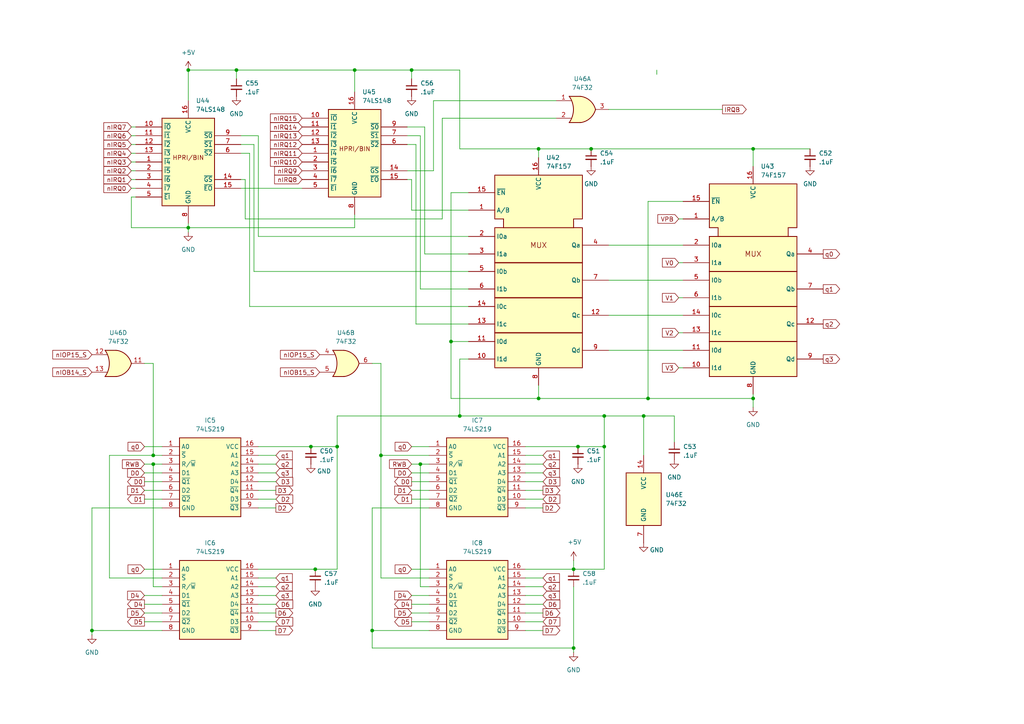
<source format=kicad_sch>
(kicad_sch (version 20231120) (generator "eeschema") (generator_version "8.0")
  (paper "A4")
  (lib_symbols
    (symbol "74xx:74LS32" (pin_names (offset 1.016))
      (property "Reference" "U" (at 0 1.27 0))
      (property "Value" "74LS32" (at 0 -1.27 0))
      (symbol "74LS32_1_1"
        (arc (start -3.81 -3.81) (mid -2.589 0) (end -3.81 3.81) (stroke (width 0.254)))
        (arc (start -0.6096 -3.81) (mid 2.1842 -2.5851) (end 3.81 0) (stroke (width 0.254)) (fill (type background)))
        (polyline (pts (xy -3.81 -3.81) (xy -0.635 -3.81)) (stroke (width 0.254)) (fill (type background)))
        (polyline (pts (xy -3.81 3.81) (xy -0.635 3.81)) (stroke (width 0.254)) (fill (type background)))
        (polyline (pts (xy -0.635 3.81) (xy -3.81 3.81) (xy -3.81 3.81) (xy -3.556 3.4036) (xy -3.0226 2.2606) (xy -2.6924 1.0414) (xy -2.6162 -0.254) (xy -2.7686 -1.4986) (xy -3.175 -2.7178) (xy -3.81 -3.81) (xy -3.81 -3.81) (xy -0.635 -3.81)) (stroke (width -25.4)) (fill (type background)))
        (arc (start 3.81 0) (mid 2.1915 2.5936) (end -0.6096 3.81) (stroke (width 0.254)) (fill (type background)))
        (pin input line (at -7.62 2.54 0) (length 4.318) (name "~") (number "1"))
        (pin input line (at -7.62 -2.54 0) (length 4.318) (name "~") (number "2"))
        (pin output line (at 7.62 0 180) (length 3.81) (name "~") (number "3"))
      )
      (symbol "74LS32_1_2"
        (arc (start 0 -3.81) (mid 3.7934 0) (end 0 3.81) (stroke (width 0.254)) (fill (type background)))
        (polyline (pts (xy 0 3.81) (xy -3.81 3.81) (xy -3.81 -3.81) (xy 0 -3.81)) (stroke (width 0.254)) (fill (type background)))
        (pin input inverted (at -7.62 2.54 0) (length 3.81) (name "~") (number "1"))
        (pin input inverted (at -7.62 -2.54 0) (length 3.81) (name "~") (number "2"))
        (pin output inverted (at 7.62 0 180) (length 3.81) (name "~") (number "3"))
      )
      (symbol "74LS32_2_1"
        (arc (start -3.81 -3.81) (mid -2.589 0) (end -3.81 3.81) (stroke (width 0.254)))
        (arc (start -0.6096 -3.81) (mid 2.1842 -2.5851) (end 3.81 0) (stroke (width 0.254)) (fill (type background)))
        (polyline (pts (xy -3.81 -3.81) (xy -0.635 -3.81)) (stroke (width 0.254)) (fill (type background)))
        (polyline (pts (xy -3.81 3.81) (xy -0.635 3.81)) (stroke (width 0.254)) (fill (type background)))
        (polyline (pts (xy -0.635 3.81) (xy -3.81 3.81) (xy -3.81 3.81) (xy -3.556 3.4036) (xy -3.0226 2.2606) (xy -2.6924 1.0414) (xy -2.6162 -0.254) (xy -2.7686 -1.4986) (xy -3.175 -2.7178) (xy -3.81 -3.81) (xy -3.81 -3.81) (xy -0.635 -3.81)) (stroke (width -25.4)) (fill (type background)))
        (arc (start 3.81 0) (mid 2.1915 2.5936) (end -0.6096 3.81) (stroke (width 0.254)) (fill (type background)))
        (pin input line (at -7.62 2.54 0) (length 4.318) (name "~") (number "4"))
        (pin input line (at -7.62 -2.54 0) (length 4.318) (name "~") (number "5"))
        (pin output line (at 7.62 0 180) (length 3.81) (name "~") (number "6"))
      )
      (symbol "74LS32_2_2"
        (arc (start 0 -3.81) (mid 3.7934 0) (end 0 3.81) (stroke (width 0.254)) (fill (type background)))
        (polyline (pts (xy 0 3.81) (xy -3.81 3.81) (xy -3.81 -3.81) (xy 0 -3.81)) (stroke (width 0.254)) (fill (type background)))
        (pin input inverted (at -7.62 2.54 0) (length 3.81) (name "~") (number "4"))
        (pin input inverted (at -7.62 -2.54 0) (length 3.81) (name "~") (number "5"))
        (pin output inverted (at 7.62 0 180) (length 3.81) (name "~") (number "6"))
      )
      (symbol "74LS32_3_1"
        (arc (start -3.81 -3.81) (mid -2.589 0) (end -3.81 3.81) (stroke (width 0.254)))
        (arc (start -0.6096 -3.81) (mid 2.1842 -2.5851) (end 3.81 0) (stroke (width 0.254)) (fill (type background)))
        (polyline (pts (xy -3.81 -3.81) (xy -0.635 -3.81)) (stroke (width 0.254)) (fill (type background)))
        (polyline (pts (xy -3.81 3.81) (xy -0.635 3.81)) (stroke (width 0.254)) (fill (type background)))
        (polyline (pts (xy -0.635 3.81) (xy -3.81 3.81) (xy -3.81 3.81) (xy -3.556 3.4036) (xy -3.0226 2.2606) (xy -2.6924 1.0414) (xy -2.6162 -0.254) (xy -2.7686 -1.4986) (xy -3.175 -2.7178) (xy -3.81 -3.81) (xy -3.81 -3.81) (xy -0.635 -3.81)) (stroke (width -25.4)) (fill (type background)))
        (arc (start 3.81 0) (mid 2.1915 2.5936) (end -0.6096 3.81) (stroke (width 0.254)) (fill (type background)))
        (pin input line (at -7.62 -2.54 0) (length 4.318) (name "~") (number "10"))
        (pin output line (at 7.62 0 180) (length 3.81) (name "~") (number "8"))
        (pin input line (at -7.62 2.54 0) (length 4.318) (name "~") (number "9"))
      )
      (symbol "74LS32_3_2"
        (arc (start 0 -3.81) (mid 3.7934 0) (end 0 3.81) (stroke (width 0.254)) (fill (type background)))
        (polyline (pts (xy 0 3.81) (xy -3.81 3.81) (xy -3.81 -3.81) (xy 0 -3.81)) (stroke (width 0.254)) (fill (type background)))
        (pin input inverted (at -7.62 -2.54 0) (length 3.81) (name "~") (number "10"))
        (pin output inverted (at 7.62 0 180) (length 3.81) (name "~") (number "8"))
        (pin input inverted (at -7.62 2.54 0) (length 3.81) (name "~") (number "9"))
      )
      (symbol "74LS32_4_1"
        (arc (start -3.81 -3.81) (mid -2.589 0) (end -3.81 3.81) (stroke (width 0.254)))
        (arc (start -0.6096 -3.81) (mid 2.1842 -2.5851) (end 3.81 0) (stroke (width 0.254)) (fill (type background)))
        (polyline (pts (xy -3.81 -3.81) (xy -0.635 -3.81)) (stroke (width 0.254)) (fill (type background)))
        (polyline (pts (xy -3.81 3.81) (xy -0.635 3.81)) (stroke (width 0.254)) (fill (type background)))
        (polyline (pts (xy -0.635 3.81) (xy -3.81 3.81) (xy -3.81 3.81) (xy -3.556 3.4036) (xy -3.0226 2.2606) (xy -2.6924 1.0414) (xy -2.6162 -0.254) (xy -2.7686 -1.4986) (xy -3.175 -2.7178) (xy -3.81 -3.81) (xy -3.81 -3.81) (xy -0.635 -3.81)) (stroke (width -25.4)) (fill (type background)))
        (arc (start 3.81 0) (mid 2.1915 2.5936) (end -0.6096 3.81) (stroke (width 0.254)) (fill (type background)))
        (pin output line (at 7.62 0 180) (length 3.81) (name "~") (number "11"))
        (pin input line (at -7.62 2.54 0) (length 4.318) (name "~") (number "12"))
        (pin input line (at -7.62 -2.54 0) (length 4.318) (name "~") (number "13"))
      )
      (symbol "74LS32_4_2"
        (arc (start 0 -3.81) (mid 3.7934 0) (end 0 3.81) (stroke (width 0.254)) (fill (type background)))
        (polyline (pts (xy 0 3.81) (xy -3.81 3.81) (xy -3.81 -3.81) (xy 0 -3.81)) (stroke (width 0.254)) (fill (type background)))
        (pin output inverted (at 7.62 0 180) (length 3.81) (name "~") (number "11"))
        (pin input inverted (at -7.62 2.54 0) (length 3.81) (name "~") (number "12"))
        (pin input inverted (at -7.62 -2.54 0) (length 3.81) (name "~") (number "13"))
      )
      (symbol "74LS32_5_0"
        (pin power_in line (at 0 12.7 270) (length 5.08) (name "VCC") (number "14"))
        (pin power_in line (at 0 -12.7 90) (length 5.08) (name "GND") (number "7"))
      )
      (symbol "74LS32_5_1"
        (rectangle (start -5.08 7.62) (end 5.08 -7.62) (stroke (width 0.254)) (fill (type background)))
      )
    )
    (symbol "74xx_IEEE:74148"
      (property "Reference" "U" (at 8.89 15.24 0))
      (property "Value" "74148" (at 7.62 -13.97 0))
      (symbol "74148_0_0"
        (rectangle (start -7.62 12.7) (end 7.62 -12.7) (stroke (width 0.254)) (fill (type background)))
        (text "HPRI/BIN" (at 0 1.27 0) (effects (font (size 1.27 1.27))))
        (pin power_in line (at 0 17.78 270) (length 5.08) (name "VCC") (number "16"))
        (pin power_in line (at 0 -17.78 90) (length 5.08) (name "GND") (number "8"))
      )
      (symbol "74148_1_1"
        (pin input line (at -15.24 0 0) (length 7.62) (name "~{I4}") (number "1"))
        (pin input line (at -15.24 10.16 0) (length 7.62) (name "~{IO}") (number "10"))
        (pin input line (at -15.24 7.62 0) (length 7.62) (name "~{I1}") (number "11"))
        (pin input line (at -15.24 5.08 0) (length 7.62) (name "~{I2}") (number "12"))
        (pin input line (at -15.24 2.54 0) (length 7.62) (name "~{I3}") (number "13"))
        (pin output line (at 15.24 -5.08 180) (length 7.62) (name "~{GS}") (number "14"))
        (pin output line (at 15.24 -7.62 180) (length 7.62) (name "~{EO}") (number "15"))
        (pin input line (at -15.24 -2.54 0) (length 7.62) (name "~{I5}") (number "2"))
        (pin input line (at -15.24 -5.08 0) (length 7.62) (name "~{I6}") (number "3"))
        (pin input line (at -15.24 -7.62 0) (length 7.62) (name "~{I7}") (number "4"))
        (pin input line (at -15.24 -10.16 0) (length 7.62) (name "~{EI}") (number "5"))
        (pin output line (at 15.24 2.54 180) (length 7.62) (name "~{S2}") (number "6"))
        (pin output line (at 15.24 5.08 180) (length 7.62) (name "~{S1}") (number "7"))
        (pin output line (at 15.24 7.62 180) (length 7.62) (name "~{S0}") (number "9"))
      )
    )
    (symbol "74xx_IEEE:74157"
      (property "Reference" "U" (at 15.24 20.32 0))
      (property "Value" "74157" (at 12.7 -33.02 0))
      (symbol "74157_0_0"
        (rectangle (start -12.7 -20.32) (end 12.7 -30.48) (stroke (width 0.254)) (fill (type background)))
        (rectangle (start -12.7 -10.16) (end 12.7 -20.32) (stroke (width 0.254)) (fill (type background)))
        (rectangle (start -12.7 0) (end 12.7 -10.16) (stroke (width 0.254)) (fill (type background)))
        (rectangle (start -12.7 10.16) (end 12.7 0) (stroke (width 0.254)) (fill (type background)))
        (polyline (pts (xy -10.16 10.16) (xy -10.16 12.7) (xy -12.7 12.7) (xy -12.7 25.4) (xy 12.7 25.4) (xy 12.7 12.7) (xy 10.16 12.7) (xy 10.16 10.16) (xy 10.16 10.16)) (stroke (width 0.254)) (fill (type background)))
        (text "MUX" (at 0 5.08 0) (effects (font (size 1.524 1.524))))
        (pin power_in line (at 0 30.48 270) (length 5.08) (name "VCC") (number "16"))
        (pin power_in line (at 0 -35.56 90) (length 5.08) (name "GND") (number "8"))
      )
      (symbol "74157_1_1"
        (pin input line (at -20.32 15.24 0) (length 7.62) (name "A/B") (number "1"))
        (pin input line (at -20.32 -27.94 0) (length 7.62) (name "I1d") (number "10"))
        (pin input line (at -20.32 -22.86 0) (length 7.62) (name "I0d") (number "11"))
        (pin output line (at 20.32 -15.24 180) (length 7.62) (name "Qc") (number "12"))
        (pin input line (at -20.32 -17.78 0) (length 7.62) (name "I1c") (number "13"))
        (pin input line (at -20.32 -12.7 0) (length 7.62) (name "I0c") (number "14"))
        (pin input line (at -20.32 20.32 0) (length 7.62) (name "~{EN}") (number "15"))
        (pin input line (at -20.32 7.62 0) (length 7.62) (name "I0a") (number "2"))
        (pin input line (at -20.32 2.54 0) (length 7.62) (name "I1a") (number "3"))
        (pin output line (at 20.32 5.08 180) (length 7.62) (name "Qa") (number "4"))
        (pin input line (at -20.32 -2.54 0) (length 7.62) (name "I0b") (number "5"))
        (pin input line (at -20.32 -7.62 0) (length 7.62) (name "I1b") (number "6"))
        (pin output line (at 20.32 -5.08 180) (length 7.62) (name "Qb") (number "7"))
        (pin output line (at 20.32 -25.4 180) (length 7.62) (name "Qd") (number "9"))
      )
    )
    (symbol "Device:C_Small" (pin_numbers hide) (pin_names (offset 0.254) hide)
      (property "Reference" "C" (at 0.254 1.778 0))
      (property "Value" "C_Small" (at 0.254 -2.032 0))
      (symbol "C_Small_0_1"
        (polyline (pts (xy -1.524 -0.508) (xy 1.524 -0.508)) (stroke (width 0.3302)))
        (polyline (pts (xy -1.524 0.508) (xy 1.524 0.508)) (stroke (width 0.3048)))
      )
      (symbol "C_Small_1_1"
        (pin passive line (at 0 2.54 270) (length 2.032) (name "~") (number "1"))
        (pin passive line (at 0 -2.54 90) (length 2.032) (name "~") (number "2"))
      )
    )
    (symbol "power:+5V" (power) (pin_numbers hide) (pin_names (offset 0) hide)
      (property "Value" "+5V" (at 0 3.556 0))
      (symbol "+5V_0_1"
        (polyline (pts (xy -0.762 1.27) (xy 0 2.54)))
        (polyline (pts (xy 0 0) (xy 0 2.54)))
        (polyline (pts (xy 0 2.54) (xy 0.762 1.27)))
      )
      (symbol "+5V_1_1"
        (pin power_in line (at 0 0 90) (length 0) (name "~") (number "1"))
      )
    )
    (symbol "power:GND" (power) (pin_numbers hide) (pin_names (offset 0) hide)
      (property "Value" "GND" (at 0 -3.81 0))
      (symbol "GND_0_1"
        (polyline (pts (xy 0 0) (xy 0 -1.27) (xy 1.27 -1.27) (xy 0 -2.54) (xy -1.27 -1.27) (xy 0 -1.27)))
      )
      (symbol "GND_1_1"
        (pin power_in line (at 0 0 270) (length 0) (name "~") (number "1"))
      )
    )
    (symbol "shen_74LS189N:SN74LS189AN"
      (property "Reference" "IC" (at 24.13 7.62 0))
      (property "Value" "SN74LS189AN" (at 24.13 5.08 0))
      (symbol "SN74LS189AN_1_1"
        (rectangle (start 5.08 2.54) (end 22.86 -20.32) (stroke (width 0.254)) (fill (type background)))
        (pin passive line (at 0 0 0) (length 5.08) (name "A0") (number "1"))
        (pin passive line (at 27.94 -15.24 180) (length 5.08) (name "D3") (number "10"))
        (pin passive line (at 27.94 -12.7 180) (length 5.08) (name "~{Q4}") (number "11"))
        (pin passive line (at 27.94 -10.16 180) (length 5.08) (name "D4") (number "12"))
        (pin passive line (at 27.94 -7.62 180) (length 5.08) (name "A3") (number "13"))
        (pin passive line (at 27.94 -5.08 180) (length 5.08) (name "A2") (number "14"))
        (pin passive line (at 27.94 -2.54 180) (length 5.08) (name "A1") (number "15"))
        (pin passive line (at 27.94 0 180) (length 5.08) (name "VCC") (number "16"))
        (pin passive line (at 0 -2.54 0) (length 5.08) (name "~{S}") (number "2"))
        (pin passive line (at 0 -5.08 0) (length 5.08) (name "R/~{W}") (number "3"))
        (pin passive line (at 0 -7.62 0) (length 5.08) (name "D1") (number "4"))
        (pin passive line (at 0 -10.16 0) (length 5.08) (name "~{Q1}") (number "5"))
        (pin passive line (at 0 -12.7 0) (length 5.08) (name "D2") (number "6"))
        (pin passive line (at 0 -15.24 0) (length 5.08) (name "~{Q2}") (number "7"))
        (pin passive line (at 0 -17.78 0) (length 5.08) (name "GND") (number "8"))
        (pin passive line (at 27.94 -17.78 180) (length 5.08) (name "~{Q3}") (number "9"))
      )
    )
  )
  (junction (at 166.37 165.1))
  (junction (at 54.61 20.32))
  (junction (at 26.67 182.88))
  (junction (at 110.49 132.08))
  (junction (at 156.21 115.57))
  (junction (at 91.44 165.1))
  (junction (at 187.96 115.57))
  (junction (at 44.45 134.62))
  (junction (at 44.45 132.08))
  (junction (at 102.87 20.32))
  (junction (at 156.21 43.18))
  (junction (at 167.64 129.54))
  (junction (at 186.69 120.65))
  (junction (at 130.81 99.06))
  (junction (at 97.79 129.54))
  (junction (at 54.61 66.04))
  (junction (at 119.38 20.32))
  (junction (at 121.92 134.62))
  (junction (at 90.17 129.54))
  (junction (at 166.37 187.96))
  (junction (at 175.26 129.54))
  (junction (at 218.44 43.18))
  (junction (at 171.45 43.18))
  (junction (at 107.95 182.88))
  (junction (at 68.58 20.32))
  (junction (at 133.35 120.65))
  (junction (at 175.26 120.65))
  (junction (at 218.44 115.57))
  (wire (pts (xy 46.99 134.62) (xy 44.45 134.62)))
  (wire (pts (xy 74.93 147.32) (xy 80.01 147.32)))
  (wire (pts (xy 121.92 170.18) (xy 124.46 170.18)))
  (wire (pts (xy 110.49 105.41) (xy 110.49 132.08)))
  (wire (pts (xy 26.67 184.15) (xy 26.67 182.88)))
  (wire (pts (xy 74.93 167.64) (xy 80.01 167.64)))
  (wire (pts (xy 119.38 20.32) (xy 119.38 22.86)))
  (wire (pts (xy 133.35 43.18) (xy 156.21 43.18)))
  (wire (pts (xy 152.4 132.08) (xy 157.48 132.08)))
  (wire (pts (xy 196.85 86.36) (xy 198.12 86.36)))
  (wire (pts (xy 74.93 129.54) (xy 90.17 129.54)))
  (wire (pts (xy 73.66 78.74) (xy 135.89 78.74)))
  (wire (pts (xy 119.38 172.72) (xy 124.46 172.72)))
  (wire (pts (xy 38.1 39.37) (xy 39.37 39.37)))
  (wire (pts (xy 102.87 66.04) (xy 54.61 66.04)))
  (wire (pts (xy 218.44 48.26) (xy 218.44 43.18)))
  (wire (pts (xy 41.91 172.72) (xy 46.99 172.72)))
  (wire (pts (xy 167.64 129.54) (xy 175.26 129.54)))
  (wire (pts (xy 26.67 147.32) (xy 26.67 182.88)))
  (wire (pts (xy 176.53 81.28) (xy 198.12 81.28)))
  (wire (pts (xy 68.58 20.32) (xy 102.87 20.32)))
  (wire (pts (xy 69.85 39.37) (xy 74.93 39.37)))
  (wire (pts (xy 135.89 99.06) (xy 130.81 99.06)))
  (wire (pts (xy 44.45 134.62) (xy 44.45 170.18)))
  (wire (pts (xy 120.65 41.91) (xy 120.65 93.98)))
  (wire (pts (xy 107.95 182.88) (xy 107.95 187.96)))
  (wire (pts (xy 152.4 170.18) (xy 157.48 170.18)))
  (wire (pts (xy 152.4 167.64) (xy 157.48 167.64)))
  (wire (pts (xy 44.45 105.41) (xy 44.45 132.08)))
  (wire (pts (xy 119.38 144.78) (xy 124.46 144.78)))
  (wire (pts (xy 69.85 54.61) (xy 87.63 54.61)))
  (wire (pts (xy 72.39 88.9) (xy 135.89 88.9)))
  (wire (pts (xy 135.89 83.82) (xy 121.92 83.82)))
  (wire (pts (xy 119.38 134.62) (xy 121.92 134.62)))
  (wire (pts (xy 133.35 20.32) (xy 133.35 43.18)))
  (wire (pts (xy 41.91 134.62) (xy 44.45 134.62)))
  (wire (pts (xy 31.75 167.64) (xy 46.99 167.64)))
  (wire (pts (xy 74.93 177.8) (xy 80.01 177.8)))
  (wire (pts (xy 176.53 101.6) (xy 198.12 101.6)))
  (wire (pts (xy 38.1 49.53) (xy 39.37 49.53)))
  (wire (pts (xy 107.95 147.32) (xy 107.95 182.88)))
  (wire (pts (xy 74.93 182.88) (xy 80.01 182.88)))
  (wire (pts (xy 128.27 63.5) (xy 128.27 34.29)))
  (wire (pts (xy 171.45 43.18) (xy 218.44 43.18)))
  (wire (pts (xy 166.37 187.96) (xy 166.37 170.18)))
  (wire (pts (xy 74.93 144.78) (xy 80.01 144.78)))
  (wire (pts (xy 121.92 39.37) (xy 118.11 39.37)))
  (wire (pts (xy 54.61 64.77) (xy 54.61 66.04)))
  (wire (pts (xy 54.61 20.32) (xy 54.61 29.21)))
  (wire (pts (xy 130.81 55.88) (xy 130.81 99.06)))
  (wire (pts (xy 73.66 41.91) (xy 73.66 78.74)))
  (wire (pts (xy 166.37 162.56) (xy 166.37 165.1)))
  (wire (pts (xy 38.1 36.83) (xy 39.37 36.83)))
  (wire (pts (xy 97.79 129.54) (xy 97.79 120.65)))
  (wire (pts (xy 74.93 139.7) (xy 80.01 139.7)))
  (wire (pts (xy 176.53 71.12) (xy 198.12 71.12)))
  (wire (pts (xy 218.44 43.18) (xy 234.95 43.18)))
  (wire (pts (xy 41.91 142.24) (xy 46.99 142.24)))
  (wire (pts (xy 198.12 58.42) (xy 187.96 58.42)))
  (wire (pts (xy 102.87 20.32) (xy 119.38 20.32)))
  (wire (pts (xy 107.95 182.88) (xy 124.46 182.88)))
  (wire (pts (xy 119.38 180.34) (xy 124.46 180.34)))
  (wire (pts (xy 38.1 66.04) (xy 54.61 66.04)))
  (wire (pts (xy 38.1 46.99) (xy 39.37 46.99)))
  (wire (pts (xy 196.85 106.68) (xy 198.12 106.68)))
  (wire (pts (xy 69.85 44.45) (xy 72.39 44.45)))
  (wire (pts (xy 135.89 104.14) (xy 133.35 104.14)))
  (wire (pts (xy 186.69 120.65) (xy 186.69 132.08)))
  (wire (pts (xy 123.19 36.83) (xy 123.19 73.66)))
  (wire (pts (xy 152.4 134.62) (xy 157.48 134.62)))
  (wire (pts (xy 71.12 52.07) (xy 71.12 63.5)))
  (wire (pts (xy 119.38 60.96) (xy 135.89 60.96)))
  (wire (pts (xy 38.1 54.61) (xy 39.37 54.61)))
  (wire (pts (xy 156.21 43.18) (xy 156.21 45.72)))
  (wire (pts (xy 68.58 20.32) (xy 68.58 22.86)))
  (wire (pts (xy 41.91 175.26) (xy 46.99 175.26)))
  (wire (pts (xy 118.11 49.53) (xy 125.73 49.53)))
  (wire (pts (xy 133.35 120.65) (xy 175.26 120.65)))
  (wire (pts (xy 39.37 57.15) (xy 38.1 57.15)))
  (wire (pts (xy 156.21 115.57) (xy 187.96 115.57)))
  (wire (pts (xy 187.96 58.42) (xy 187.96 115.57)))
  (wire (pts (xy 118.11 41.91) (xy 120.65 41.91)))
  (wire (pts (xy 110.49 132.08) (xy 110.49 167.64)))
  (wire (pts (xy 128.27 34.29) (xy 161.29 34.29)))
  (wire (pts (xy 41.91 139.7) (xy 46.99 139.7)))
  (wire (pts (xy 135.89 55.88) (xy 130.81 55.88)))
  (wire (pts (xy 41.91 129.54) (xy 46.99 129.54)))
  (wire (pts (xy 74.93 180.34) (xy 80.01 180.34)))
  (wire (pts (xy 152.4 147.32) (xy 157.48 147.32)))
  (wire (pts (xy 152.4 142.24) (xy 157.48 142.24)))
  (wire (pts (xy 152.4 180.34) (xy 157.48 180.34)))
  (wire (pts (xy 80.01 134.62) (xy 74.93 134.62)))
  (wire (pts (xy 176.53 31.75) (xy 209.55 31.75)))
  (wire (pts (xy 107.95 187.96) (xy 166.37 187.96)))
  (wire (pts (xy 74.93 68.58) (xy 135.89 68.58)))
  (wire (pts (xy 38.1 52.07) (xy 39.37 52.07)))
  (wire (pts (xy 125.73 49.53) (xy 125.73 29.21)))
  (wire (pts (xy 175.26 129.54) (xy 175.26 165.1)))
  (wire (pts (xy 119.38 20.32) (xy 133.35 20.32)))
  (wire (pts (xy 38.1 57.15) (xy 38.1 66.04)))
  (wire (pts (xy 26.67 182.88) (xy 46.99 182.88)))
  (wire (pts (xy 152.4 165.1) (xy 166.37 165.1)))
  (wire (pts (xy 44.45 170.18) (xy 46.99 170.18)))
  (wire (pts (xy 156.21 43.18) (xy 171.45 43.18)))
  (wire (pts (xy 110.49 167.64) (xy 124.46 167.64)))
  (wire (pts (xy 97.79 129.54) (xy 97.79 165.1)))
  (wire (pts (xy 152.4 172.72) (xy 157.48 172.72)))
  (wire (pts (xy 74.93 39.37) (xy 74.93 68.58)))
  (wire (pts (xy 26.67 147.32) (xy 46.99 147.32)))
  (wire (pts (xy 97.79 129.54) (xy 90.17 129.54)))
  (wire (pts (xy 152.4 175.26) (xy 157.48 175.26)))
  (wire (pts (xy 41.91 144.78) (xy 46.99 144.78)))
  (wire (pts (xy 41.91 137.16) (xy 46.99 137.16)))
  (wire (pts (xy 41.91 180.34) (xy 46.99 180.34)))
  (wire (pts (xy 130.81 115.57) (xy 156.21 115.57)))
  (wire (pts (xy 152.4 129.54) (xy 167.64 129.54)))
  (wire (pts (xy 195.58 120.65) (xy 186.69 120.65)))
  (wire (pts (xy 102.87 62.23) (xy 102.87 66.04)))
  (wire (pts (xy 107.95 147.32) (xy 124.46 147.32)))
  (wire (pts (xy 119.38 137.16) (xy 124.46 137.16)))
  (wire (pts (xy 46.99 132.08) (xy 44.45 132.08)))
  (wire (pts (xy 175.26 120.65) (xy 175.26 129.54)))
  (wire (pts (xy 118.11 52.07) (xy 119.38 52.07)))
  (wire (pts (xy 74.93 172.72) (xy 80.01 172.72)))
  (wire (pts (xy 91.44 165.1) (xy 97.79 165.1)))
  (wire (pts (xy 121.92 83.82) (xy 121.92 39.37)))
  (wire (pts (xy 119.38 142.24) (xy 124.46 142.24)))
  (wire (pts (xy 69.85 52.07) (xy 71.12 52.07)))
  (wire (pts (xy 119.38 177.8) (xy 124.46 177.8)))
  (wire (pts (xy 31.75 132.08) (xy 31.75 167.64)))
  (wire (pts (xy 72.39 44.45) (xy 72.39 88.9)))
  (wire (pts (xy 44.45 132.08) (xy 31.75 132.08)))
  (wire (pts (xy 152.4 137.16) (xy 157.48 137.16)))
  (wire (pts (xy 41.91 177.8) (xy 46.99 177.8)))
  (wire (pts (xy 175.26 120.65) (xy 186.69 120.65)))
  (wire (pts (xy 152.4 139.7) (xy 157.48 139.7)))
  (wire (pts (xy 102.87 20.32) (xy 102.87 26.67)))
  (wire (pts (xy 166.37 165.1) (xy 175.26 165.1)))
  (wire (pts (xy 196.85 96.52) (xy 198.12 96.52)))
  (wire (pts (xy 41.91 105.41) (xy 44.45 105.41)))
  (wire (pts (xy 166.37 189.23) (xy 166.37 187.96)))
  (wire (pts (xy 118.11 36.83) (xy 123.19 36.83)))
  (wire (pts (xy 97.79 120.65) (xy 133.35 120.65)))
  (wire (pts (xy 80.01 137.16) (xy 74.93 137.16)))
  (wire (pts (xy 119.38 165.1) (xy 124.46 165.1)))
  (wire (pts (xy 38.1 41.91) (xy 39.37 41.91)))
  (wire (pts (xy 71.12 63.5) (xy 128.27 63.5)))
  (wire (pts (xy 156.21 115.57) (xy 156.21 111.76)))
  (wire (pts (xy 38.1 44.45) (xy 39.37 44.45)))
  (wire (pts (xy 74.93 165.1) (xy 91.44 165.1)))
  (wire (pts (xy 218.44 115.57) (xy 218.44 114.3)))
  (wire (pts (xy 119.38 139.7) (xy 124.46 139.7)))
  (wire (pts (xy 152.4 182.88) (xy 157.48 182.88)))
  (wire (pts (xy 74.93 170.18) (xy 80.01 170.18)))
  (wire (pts (xy 69.85 41.91) (xy 73.66 41.91)))
  (wire (pts (xy 130.81 99.06) (xy 130.81 115.57)))
  (wire (pts (xy 187.96 115.57) (xy 218.44 115.57)))
  (wire (pts (xy 152.4 177.8) (xy 157.48 177.8)))
  (wire (pts (xy 124.46 134.62) (xy 121.92 134.62)))
  (wire (pts (xy 119.38 129.54) (xy 124.46 129.54)))
  (wire (pts (xy 195.58 128.27) (xy 195.58 120.65)))
  (wire (pts (xy 54.61 20.32) (xy 68.58 20.32)))
  (wire (pts (xy 196.85 63.5) (xy 198.12 63.5)))
  (wire (pts (xy 124.46 132.08) (xy 110.49 132.08)))
  (wire (pts (xy 119.38 52.07) (xy 119.38 60.96)))
  (wire (pts (xy 133.35 104.14) (xy 133.35 120.65)))
  (wire (pts (xy 121.92 134.62) (xy 121.92 170.18)))
  (wire (pts (xy 218.44 118.11) (xy 218.44 115.57)))
  (wire (pts (xy 74.93 175.26) (xy 80.01 175.26)))
  (wire (pts (xy 120.65 93.98) (xy 135.89 93.98)))
  (wire (pts (xy 107.95 105.41) (xy 110.49 105.41)))
  (wire (pts (xy 80.01 132.08) (xy 74.93 132.08)))
  (wire (pts (xy 152.4 144.78) (xy 157.48 144.78)))
  (wire (pts (xy 125.73 29.21) (xy 161.29 29.21)))
  (wire (pts (xy 196.85 76.2) (xy 198.12 76.2)))
  (wire (pts (xy 176.53 91.44) (xy 198.12 91.44)))
  (wire (pts (xy 119.38 175.26) (xy 124.46 175.26)))
  (wire (pts (xy 41.91 165.1) (xy 46.99 165.1)))
  (wire (pts (xy 74.93 142.24) (xy 80.01 142.24)))
  (wire (pts (xy 190.5 21.59) (xy 190.5 20.32)))
  (wire (pts (xy 123.19 73.66) (xy 135.89 73.66)))
  (wire (pts (xy 54.61 67.31) (xy 54.61 66.04)))
  (global_label "V1" (shape input) (at 196.85 86.36 180) (property "Intersheetrefs" "${INTERSHEET_REFS}" (effects (hide yes))))
  (global_label "D3" (shape output) (at 157.48 142.24 0) (property "Intersheetrefs" "${INTERSHEET_REFS}" (effects (hide yes))))
  (global_label "q0" (shape input) (at 119.38 165.1 180) (property "Intersheetrefs" "${INTERSHEET_REFS}" (effects (hide yes))))
  (global_label "V0" (shape input) (at 196.85 76.2 180) (property "Intersheetrefs" "${INTERSHEET_REFS}" (effects (hide yes))))
  (global_label "q3" (shape input) (at 80.01 137.16 0) (property "Intersheetrefs" "${INTERSHEET_REFS}" (effects (hide yes))))
  (global_label "D5" (shape input) (at 41.91 177.8 180) (property "Intersheetrefs" "${INTERSHEET_REFS}" (effects (hide yes))))
  (global_label "D7" (shape input) (at 80.01 180.34 0) (property "Intersheetrefs" "${INTERSHEET_REFS}" (effects (hide yes))))
  (global_label "q3" (shape output) (at 238.76 104.14 0) (property "Intersheetrefs" "${INTERSHEET_REFS}" (effects (hide yes))))
  (global_label "q0" (shape input) (at 119.38 129.54 180) (property "Intersheetrefs" "${INTERSHEET_REFS}" (effects (hide yes))))
  (global_label "D6" (shape output) (at 80.01 177.8 0) (property "Intersheetrefs" "${INTERSHEET_REFS}" (effects (hide yes))))
  (global_label "q0" (shape output) (at 238.76 73.66 0) (property "Intersheetrefs" "${INTERSHEET_REFS}" (effects (hide yes))))
  (global_label "D6" (shape input) (at 157.48 175.26 0) (property "Intersheetrefs" "${INTERSHEET_REFS}" (effects (hide yes))))
  (global_label "nIRQ13" (shape input) (at 87.63 39.37 180) (property "Intersheetrefs" "${INTERSHEET_REFS}" (effects (hide yes))))
  (global_label "D0" (shape output) (at 119.38 139.7 180) (property "Intersheetrefs" "${INTERSHEET_REFS}" (effects (hide yes))))
  (global_label "V3" (shape input) (at 196.85 106.68 180) (property "Intersheetrefs" "${INTERSHEET_REFS}" (effects (hide yes))))
  (global_label "D7" (shape output) (at 80.01 182.88 0) (property "Intersheetrefs" "${INTERSHEET_REFS}" (effects (hide yes))))
  (global_label "q3" (shape input) (at 157.48 172.72 0) (property "Intersheetrefs" "${INTERSHEET_REFS}" (effects (hide yes))))
  (global_label "nIOB15_S" (shape input) (at 92.71 107.95 180) (property "Intersheetrefs" "${INTERSHEET_REFS}" (effects (hide yes))))
  (global_label "D3" (shape input) (at 157.48 139.7 0) (property "Intersheetrefs" "${INTERSHEET_REFS}" (effects (hide yes))))
  (global_label "RWB" (shape input) (at 119.38 134.62 180) (property "Intersheetrefs" "${INTERSHEET_REFS}" (effects (hide yes))))
  (global_label "D7" (shape input) (at 157.48 180.34 0) (property "Intersheetrefs" "${INTERSHEET_REFS}" (effects (hide yes))))
  (global_label "D4" (shape output) (at 41.91 175.26 180) (property "Intersheetrefs" "${INTERSHEET_REFS}" (effects (hide yes))))
  (global_label "nIRQ12" (shape input) (at 87.63 41.91 180) (property "Intersheetrefs" "${INTERSHEET_REFS}" (effects (hide yes))))
  (global_label "D3" (shape input) (at 80.01 139.7 0) (property "Intersheetrefs" "${INTERSHEET_REFS}" (effects (hide yes))))
  (global_label "nIRQ3" (shape input) (at 38.1 46.99 180) (property "Intersheetrefs" "${INTERSHEET_REFS}" (effects (hide yes))))
  (global_label "V2" (shape input) (at 196.85 96.52 180) (property "Intersheetrefs" "${INTERSHEET_REFS}" (effects (hide yes))))
  (global_label "D6" (shape input) (at 80.01 175.26 0) (property "Intersheetrefs" "${INTERSHEET_REFS}" (effects (hide yes))))
  (global_label "q1" (shape output) (at 238.76 83.82 0) (property "Intersheetrefs" "${INTERSHEET_REFS}" (effects (hide yes))))
  (global_label "D2" (shape input) (at 157.48 144.78 0) (property "Intersheetrefs" "${INTERSHEET_REFS}" (effects (hide yes))))
  (global_label "q1" (shape input) (at 157.48 132.08 0) (property "Intersheetrefs" "${INTERSHEET_REFS}" (effects (hide yes))))
  (global_label "D0" (shape output) (at 41.91 139.7 180) (property "Intersheetrefs" "${INTERSHEET_REFS}" (effects (hide yes))))
  (global_label "D1" (shape output) (at 41.91 144.78 180) (property "Intersheetrefs" "${INTERSHEET_REFS}" (effects (hide yes))))
  (global_label "nIRQ5" (shape input) (at 38.1 41.91 180) (property "Intersheetrefs" "${INTERSHEET_REFS}" (effects (hide yes))))
  (global_label "D2" (shape input) (at 80.01 144.78 0) (property "Intersheetrefs" "${INTERSHEET_REFS}" (effects (hide yes))))
  (global_label "VPB" (shape input) (at 196.85 63.5 180) (property "Intersheetrefs" "${INTERSHEET_REFS}" (effects (hide yes))))
  (global_label "D5" (shape output) (at 41.91 180.34 180) (property "Intersheetrefs" "${INTERSHEET_REFS}" (effects (hide yes))))
  (global_label "q0" (shape input) (at 41.91 129.54 180) (property "Intersheetrefs" "${INTERSHEET_REFS}" (effects (hide yes))))
  (global_label "IRQB" (shape output) (at 209.55 31.75 0) (property "Intersheetrefs" "${INTERSHEET_REFS}" (effects (hide yes))))
  (global_label "D2" (shape output) (at 157.48 147.32 0) (property "Intersheetrefs" "${INTERSHEET_REFS}" (effects (hide yes))))
  (global_label "nIRQ7" (shape input) (at 38.1 36.83 180) (property "Intersheetrefs" "${INTERSHEET_REFS}" (effects (hide yes))))
  (global_label "nIRQ1" (shape input) (at 38.1 52.07 180) (property "Intersheetrefs" "${INTERSHEET_REFS}" (effects (hide yes))))
  (global_label "q2" (shape output) (at 238.76 93.98 0) (property "Intersheetrefs" "${INTERSHEET_REFS}" (effects (hide yes))))
  (global_label "q2" (shape input) (at 80.01 170.18 0) (property "Intersheetrefs" "${INTERSHEET_REFS}" (effects (hide yes))))
  (global_label "D6" (shape output) (at 157.48 177.8 0) (property "Intersheetrefs" "${INTERSHEET_REFS}" (effects (hide yes))))
  (global_label "nIRQ15" (shape input) (at 87.63 34.29 180) (property "Intersheetrefs" "${INTERSHEET_REFS}" (effects (hide yes))))
  (global_label "q0" (shape input) (at 41.91 165.1 180) (property "Intersheetrefs" "${INTERSHEET_REFS}" (effects (hide yes))))
  (global_label "q1" (shape input) (at 157.48 167.64 0) (property "Intersheetrefs" "${INTERSHEET_REFS}" (effects (hide yes))))
  (global_label "D4" (shape input) (at 119.38 172.72 180) (property "Intersheetrefs" "${INTERSHEET_REFS}" (effects (hide yes))))
  (global_label "nIRQ10" (shape input) (at 87.63 46.99 180) (property "Intersheetrefs" "${INTERSHEET_REFS}" (effects (hide yes))))
  (global_label "q2" (shape input) (at 157.48 134.62 0) (property "Intersheetrefs" "${INTERSHEET_REFS}" (effects (hide yes))))
  (global_label "nIOB14_S" (shape input) (at 26.67 107.95 180) (property "Intersheetrefs" "${INTERSHEET_REFS}" (effects (hide yes))))
  (global_label "q2" (shape input) (at 157.48 170.18 0) (property "Intersheetrefs" "${INTERSHEET_REFS}" (effects (hide yes))))
  (global_label "D5" (shape output) (at 119.38 180.34 180) (property "Intersheetrefs" "${INTERSHEET_REFS}" (effects (hide yes))))
  (global_label "D1" (shape input) (at 41.91 142.24 180) (property "Intersheetrefs" "${INTERSHEET_REFS}" (effects (hide yes))))
  (global_label "nIRQ9" (shape input) (at 87.63 49.53 180) (property "Intersheetrefs" "${INTERSHEET_REFS}" (effects (hide yes))))
  (global_label "D1" (shape output) (at 119.38 144.78 180) (property "Intersheetrefs" "${INTERSHEET_REFS}" (effects (hide yes))))
  (global_label "D5" (shape input) (at 119.38 177.8 180) (property "Intersheetrefs" "${INTERSHEET_REFS}" (effects (hide yes))))
  (global_label "nIRQ6" (shape input) (at 38.1 39.37 180) (property "Intersheetrefs" "${INTERSHEET_REFS}" (effects (hide yes))))
  (global_label "D1" (shape input) (at 119.38 142.24 180) (property "Intersheetrefs" "${INTERSHEET_REFS}" (effects (hide yes))))
  (global_label "RWB" (shape input) (at 41.91 134.62 180) (property "Intersheetrefs" "${INTERSHEET_REFS}" (effects (hide yes))))
  (global_label "nIRQ11" (shape input) (at 87.63 44.45 180) (property "Intersheetrefs" "${INTERSHEET_REFS}" (effects (hide yes))))
  (global_label "D4" (shape input) (at 41.91 172.72 180) (property "Intersheetrefs" "${INTERSHEET_REFS}" (effects (hide yes))))
  (global_label "nIOP15_S" (shape input) (at 92.71 102.87 180) (property "Intersheetrefs" "${INTERSHEET_REFS}" (effects (hide yes))))
  (global_label "nIRQ14" (shape input) (at 87.63 36.83 180) (property "Intersheetrefs" "${INTERSHEET_REFS}" (effects (hide yes))))
  (global_label "q1" (shape input) (at 80.01 167.64 0) (property "Intersheetrefs" "${INTERSHEET_REFS}" (effects (hide yes))))
  (global_label "D0" (shape input) (at 119.38 137.16 180) (property "Intersheetrefs" "${INTERSHEET_REFS}" (effects (hide yes))))
  (global_label "q3" (shape input) (at 80.01 172.72 0) (property "Intersheetrefs" "${INTERSHEET_REFS}" (effects (hide yes))))
  (global_label "nIRQ4" (shape input) (at 38.1 44.45 180) (property "Intersheetrefs" "${INTERSHEET_REFS}" (effects (hide yes))))
  (global_label "q1" (shape input) (at 80.01 132.08 0) (property "Intersheetrefs" "${INTERSHEET_REFS}" (effects (hide yes))))
  (global_label "D2" (shape output) (at 80.01 147.32 0) (property "Intersheetrefs" "${INTERSHEET_REFS}" (effects (hide yes))))
  (global_label "nIRQ2" (shape input) (at 38.1 49.53 180) (property "Intersheetrefs" "${INTERSHEET_REFS}" (effects (hide yes))))
  (global_label "D0" (shape input) (at 41.91 137.16 180) (property "Intersheetrefs" "${INTERSHEET_REFS}" (effects (hide yes))))
  (global_label "nIRQ8" (shape input) (at 87.63 52.07 180) (property "Intersheetrefs" "${INTERSHEET_REFS}" (effects (hide yes))))
  (global_label "D7" (shape output) (at 157.48 182.88 0) (property "Intersheetrefs" "${INTERSHEET_REFS}" (effects (hide yes))))
  (global_label "D4" (shape output) (at 119.38 175.26 180) (property "Intersheetrefs" "${INTERSHEET_REFS}" (effects (hide yes))))
  (global_label "q3" (shape input) (at 157.48 137.16 0) (property "Intersheetrefs" "${INTERSHEET_REFS}" (effects (hide yes))))
  (global_label "nIOP15_S" (shape input) (at 26.67 102.87 180) (property "Intersheetrefs" "${INTERSHEET_REFS}" (effects (hide yes))))
  (global_label "nIRQ0" (shape input) (at 38.1 54.61 180) (property "Intersheetrefs" "${INTERSHEET_REFS}" (effects (hide yes))))
  (global_label "D3" (shape output) (at 80.01 142.24 0) (property "Intersheetrefs" "${INTERSHEET_REFS}" (effects (hide yes))))
  (global_label "q2" (shape input) (at 80.01 134.62 0) (property "Intersheetrefs" "${INTERSHEET_REFS}" (effects (hide yes))))
  (symbol (lib_id "power:+5V") (at 166.37 162.56 0) (unit 1)
    (property "Reference" "#PWR063" (effects (hide yes)))
    (property "Value" "+5V" (at 166.624 157.226 0))
    (property "Description" "Power symbol creates a global label with name \"+5V\"" (effects (hide yes)))
  )
  (symbol (lib_id "74xx:74LS32") (at 186.69 144.78 0) (unit 5)
    (property "Reference" "U46" (at 193.04 143.5099 0) (effects (justify left)))
    (property "Value" "74F32" (at 193.04 146.0499 0) (effects (justify left)))
    (property "Footprint" "Package_DIP:DIP-14_W7.62mm_LongPads" (effects (hide yes)))
    (property "Datasheet" "http://www.ti.com/lit/gpn/sn74LS32" (effects (hide yes)))
    (property "Description" "Quad 2-input OR" (effects (hide yes)))
  )
  (symbol (lib_id "power:GND") (at 171.45 48.26 0) (unit 1)
    (property "Reference" "#PWR068" (effects (hide yes)))
    (property "Value" "GND" (at 171.45 53.34 0))
    (property "Description" "Power symbol creates a global label with name \"GND\" , ground" (effects (hide yes)))
  )
  (symbol (lib_id "74xx_IEEE:74157") (at 156.21 76.2 0) (unit 1)
    (property "Reference" "U42" (at 158.4041 45.72 0) (effects (justify left)))
    (property "Value" "74F157" (at 158.4041 48.26 0) (effects (justify left)))
    (property "Footprint" "Package_DIP:DIP-16_W7.62mm_Socket_LongPads" (effects (hide yes)))
  )
  (symbol (lib_id "Device:C_Small") (at 195.58 130.81 0) (unit 1)
    (property "Reference" "C53" (at 198.12 129.5462 0) (effects (justify left)))
    (property "Value" ".1uF" (at 198.12 132.0862 0) (effects (justify left)))
    (property "Footprint" "Capacitor_THT:C_Disc_D5.0mm_W2.5mm_P5.00mm" (effects (hide yes)))
    (property "Description" "Unpolarized capacitor, small symbol" (effects (hide yes)))
  )
  (symbol (lib_id "power:+5V") (at 54.61 20.32 0) (unit 1)
    (property "Reference" "#PWR060" (effects (hide yes)))
    (property "Value" "+5V" (at 54.61 15.24 0))
    (property "Description" "Power symbol creates a global label with name \"+5V\"" (effects (hide yes)))
  )
  (symbol (lib_id "power:GND") (at 167.64 134.62 0) (unit 1)
    (property "Reference" "#PWR066" (effects (hide yes)))
    (property "Value" "GND" (at 167.64 139.7 0))
    (property "Description" "Power symbol creates a global label with name \"GND\" , ground" (effects (hide yes)))
  )
  (symbol (lib_id "power:GND") (at 234.95 48.26 0) (unit 1)
    (property "Reference" "#PWR062" (effects (hide yes)))
    (property "Value" "GND" (at 234.95 53.34 0))
    (property "Description" "Power symbol creates a global label with name \"GND\" , ground" (effects (hide yes)))
  )
  (symbol (lib_id "power:GND") (at 186.69 157.48 0) (unit 1)
    (property "Reference" "#PWR067" (effects (hide yes)))
    (property "Value" "GND" (at 190.5 159.512 0))
    (property "Description" "Power symbol creates a global label with name \"GND\" , ground" (effects (hide yes)))
  )
  (symbol (lib_id "74xx_IEEE:74148") (at 102.87 44.45 0) (unit 1)
    (property "Reference" "U45" (at 105.0641 26.67 0) (effects (justify left)))
    (property "Value" "74LS148" (at 105.0641 29.21 0) (effects (justify left)))
    (property "Footprint" "Package_DIP:DIP-16_W7.62mm_Socket_LongPads" (effects (hide yes)))
  )
  (symbol (lib_id "power:GND") (at 26.67 184.15 0) (unit 1)
    (property "Reference" "#PWR076" (effects (hide yes)))
    (property "Value" "GND" (at 26.67 189.23 0))
    (property "Description" "Power symbol creates a global label with name \"GND\" , ground" (effects (hide yes)))
  )
  (symbol (lib_id "Device:C_Small") (at 171.45 45.72 0) (unit 1)
    (property "Reference" "C54" (at 173.99 44.4562 0) (effects (justify left)))
    (property "Value" ".1uF" (at 173.99 46.9962 0) (effects (justify left)))
    (property "Footprint" "Capacitor_THT:C_Disc_D5.0mm_W2.5mm_P5.00mm" (effects (hide yes)))
    (property "Description" "Unpolarized capacitor, small symbol" (effects (hide yes)))
  )
  (symbol (lib_id "74xx:74LS32") (at 34.29 105.41 0) (unit 4)
    (property "Reference" "U46" (at 34.29 96.52 0))
    (property "Value" "74F32" (at 34.29 99.06 0))
    (property "Footprint" "Package_DIP:DIP-14_W7.62mm_LongPads" (effects (hide yes)))
    (property "Datasheet" "http://www.ti.com/lit/gpn/sn74LS32" (effects (hide yes)))
    (property "Description" "Quad 2-input OR" (effects (hide yes)))
  )
  (symbol (lib_id "Device:C_Small") (at 91.44 167.64 0) (unit 1)
    (property "Reference" "C57" (at 93.98 166.3762 0) (effects (justify left)))
    (property "Value" ".1uF" (at 93.98 168.9162 0) (effects (justify left)))
    (property "Footprint" "Capacitor_THT:C_Disc_D5.0mm_W2.5mm_P5.00mm" (effects (hide yes)))
    (property "Description" "Unpolarized capacitor, small symbol" (effects (hide yes)))
  )
  (symbol (lib_id "shen_74LS189N:SN74LS189AN") (at 46.99 129.54 0) (unit 1)
    (property "Reference" "IC5" (at 60.96 121.92 0))
    (property "Value" "74LS219" (at 60.96 124.46 0))
    (property "Footprint" "Package_DIP:DIP-16_W7.62mm_Socket_LongPads" (effects (hide yes)))
    (property "Datasheet" "https://4donline.ihs.com/images/VipMasterIC/IC/TXII/TXIIS110135/TXIIS110135-1.pdf?hkey=EF798316E3902B6ED9A73243A3159BB0" (effects (hide yes)))
    (property "Description" "Part Number Only" (effects (hide yes)))
    (property "Height" "5.08" (effects (hide yes)))
    (property "Manufacturer_Name" "Texas Instruments" (effects (hide yes)))
    (property "Manufacturer_Part_Number" "SN74LS189AN" (effects (hide yes)))
  )
  (symbol (lib_id "74xx:74LS32") (at 168.91 31.75 0) (unit 1)
    (property "Reference" "U46" (at 168.91 22.86 0))
    (property "Value" "74F32" (at 168.91 25.4 0))
    (property "Footprint" "Package_DIP:DIP-14_W7.62mm_LongPads" (effects (hide yes)))
    (property "Datasheet" "http://www.ti.com/lit/gpn/sn74LS32" (effects (hide yes)))
    (property "Description" "Quad 2-input OR" (effects (hide yes)))
  )
  (symbol (lib_id "power:GND") (at 90.17 134.62 0) (unit 1)
    (property "Reference" "#PWR065" (effects (hide yes)))
    (property "Value" "GND" (at 93.98 136.652 0))
    (property "Description" "Power symbol creates a global label with name \"GND\" , ground" (effects (hide yes)))
  )
  (symbol (lib_id "power:GND") (at 218.44 118.11 0) (unit 1)
    (property "Reference" "#PWR064" (effects (hide yes)))
    (property "Value" "GND" (at 218.44 123.19 0))
    (property "Description" "Power symbol creates a global label with name \"GND\" , ground" (effects (hide yes)))
  )
  (symbol (lib_id "shen_74LS189N:SN74LS189AN") (at 46.99 165.1 0) (unit 1)
    (property "Reference" "IC6" (at 60.96 157.48 0))
    (property "Value" "74LS219" (at 60.96 160.02 0))
    (property "Footprint" "Package_DIP:DIP-16_W7.62mm_Socket_LongPads" (effects (hide yes)))
    (property "Datasheet" "https://4donline.ihs.com/images/VipMasterIC/IC/TXII/TXIIS110135/TXIIS110135-1.pdf?hkey=EF798316E3902B6ED9A73243A3159BB0" (effects (hide yes)))
    (property "Description" "Part Number Only" (effects (hide yes)))
    (property "Height" "5.08" (effects (hide yes)))
    (property "Manufacturer_Name" "Texas Instruments" (effects (hide yes)))
    (property "Manufacturer_Part_Number" "SN74LS189AN" (effects (hide yes)))
  )
  (symbol (lib_id "power:GND") (at 68.58 27.94 0) (unit 1)
    (property "Reference" "#PWR069" (effects (hide yes)))
    (property "Value" "GND" (at 68.58 33.02 0))
    (property "Description" "Power symbol creates a global label with name \"GND\" , ground" (effects (hide yes)))
  )
  (symbol (lib_id "shen_74LS189N:SN74LS189AN") (at 124.46 129.54 0) (unit 1)
    (property "Reference" "IC7" (at 138.43 121.92 0))
    (property "Value" "74LS219" (at 138.43 124.46 0))
    (property "Footprint" "Package_DIP:DIP-16_W7.62mm_Socket_LongPads" (effects (hide yes)))
    (property "Datasheet" "https://4donline.ihs.com/images/VipMasterIC/IC/TXII/TXIIS110135/TXIIS110135-1.pdf?hkey=EF798316E3902B6ED9A73243A3159BB0" (effects (hide yes)))
    (property "Description" "Part Number Only" (effects (hide yes)))
    (property "Height" "5.08" (effects (hide yes)))
    (property "Manufacturer_Name" "Texas Instruments" (effects (hide yes)))
    (property "Manufacturer_Part_Number" "SN74LS189AN" (effects (hide yes)))
  )
  (symbol (lib_id "power:GND") (at 91.44 170.18 0) (unit 1)
    (property "Reference" "#PWR071" (effects (hide yes)))
    (property "Value" "GND" (at 91.44 175.26 0))
    (property "Description" "Power symbol creates a global label with name \"GND\" , ground" (effects (hide yes)))
  )
  (symbol (lib_id "Device:C_Small") (at 234.95 45.72 0) (unit 1)
    (property "Reference" "C52" (at 237.49 44.4562 0) (effects (justify left)))
    (property "Value" ".1uF" (at 237.49 46.9962 0) (effects (justify left)))
    (property "Footprint" "Capacitor_THT:C_Disc_D5.0mm_W2.5mm_P5.00mm" (effects (hide yes)))
    (property "Description" "Unpolarized capacitor, small symbol" (effects (hide yes)))
  )
  (symbol (lib_id "power:GND") (at 119.38 27.94 0) (unit 1)
    (property "Reference" "#PWR070" (effects (hide yes)))
    (property "Value" "GND" (at 119.38 33.02 0))
    (property "Description" "Power symbol creates a global label with name \"GND\" , ground" (effects (hide yes)))
  )
  (symbol (lib_id "Device:C_Small") (at 68.58 25.4 0) (unit 1)
    (property "Reference" "C55" (at 71.12 24.1362 0) (effects (justify left)))
    (property "Value" ".1uF" (at 71.12 26.6762 0) (effects (justify left)))
    (property "Footprint" "Capacitor_THT:C_Disc_D5.0mm_W2.5mm_P5.00mm" (effects (hide yes)))
    (property "Description" "Unpolarized capacitor, small symbol" (effects (hide yes)))
  )
  (symbol (lib_id "Device:C_Small") (at 166.37 167.64 0) (unit 1)
    (property "Reference" "C58" (at 168.91 166.3762 0) (effects (justify left)))
    (property "Value" ".1uF" (at 168.91 168.9162 0) (effects (justify left)))
    (property "Footprint" "Capacitor_THT:C_Disc_D5.0mm_W2.5mm_P5.00mm" (effects (hide yes)))
    (property "Description" "Unpolarized capacitor, small symbol" (effects (hide yes)))
  )
  (symbol (lib_id "Device:C_Small") (at 167.64 132.08 0) (unit 1)
    (property "Reference" "C51" (at 170.18 130.8162 0) (effects (justify left)))
    (property "Value" ".1uF" (at 170.18 133.3562 0) (effects (justify left)))
    (property "Footprint" "Capacitor_THT:C_Disc_D5.0mm_W2.5mm_P5.00mm" (effects (hide yes)))
    (property "Description" "Unpolarized capacitor, small symbol" (effects (hide yes)))
  )
  (symbol (lib_id "power:GND") (at 195.58 133.35 0) (unit 1)
    (property "Reference" "#PWR080" (effects (hide yes)))
    (property "Value" "GND" (at 195.58 138.43 0))
    (property "Description" "Power symbol creates a global label with name \"GND\" , ground" (effects (hide yes)))
  )
  (symbol (lib_id "power:GND") (at 166.37 189.23 0) (unit 1)
    (property "Reference" "#PWR072" (effects (hide yes)))
    (property "Value" "GND" (at 166.37 194.31 0))
    (property "Description" "Power symbol creates a global label with name \"GND\" , ground" (effects (hide yes)))
  )
  (symbol (lib_id "power:GND") (at 54.61 67.31 0) (unit 1)
    (property "Reference" "#PWR061" (effects (hide yes)))
    (property "Value" "GND" (at 54.61 72.39 0))
    (property "Description" "Power symbol creates a global label with name \"GND\" , ground" (effects (hide yes)))
  )
  (symbol (lib_id "Device:C_Small") (at 90.17 132.08 0) (unit 1)
    (property "Reference" "C50" (at 92.71 130.8162 0) (effects (justify left)))
    (property "Value" ".1uF" (at 92.71 133.3562 0) (effects (justify left)))
    (property "Footprint" "Capacitor_THT:C_Disc_D5.0mm_W2.5mm_P5.00mm" (effects (hide yes)))
    (property "Description" "Unpolarized capacitor, small symbol" (effects (hide yes)))
  )
  (symbol (lib_id "74xx:74LS32") (at 100.33 105.41 0) (unit 2)
    (property "Reference" "U46" (at 100.33 96.52 0))
    (property "Value" "74F32" (at 100.33 99.06 0))
    (property "Footprint" "Package_DIP:DIP-14_W7.62mm_LongPads" (effects (hide yes)))
    (property "Datasheet" "http://www.ti.com/lit/gpn/sn74LS32" (effects (hide yes)))
    (property "Description" "Quad 2-input OR" (effects (hide yes)))
  )
  (symbol (lib_id "Device:C_Small") (at 119.38 25.4 0) (unit 1)
    (property "Reference" "C56" (at 121.92 24.1362 0) (effects (justify left)))
    (property "Value" ".1uF" (at 121.92 26.6762 0) (effects (justify left)))
    (property "Footprint" "Capacitor_THT:C_Disc_D5.0mm_W2.5mm_P5.00mm" (effects (hide yes)))
    (property "Description" "Unpolarized capacitor, small symbol" (effects (hide yes)))
  )
  (symbol (lib_id "shen_74LS189N:SN74LS189AN") (at 124.46 165.1 0) (unit 1)
    (property "Reference" "IC8" (at 138.43 157.48 0))
    (property "Value" "74LS219" (at 138.43 160.02 0))
    (property "Footprint" "Package_DIP:DIP-16_W7.62mm_Socket_LongPads" (effects (hide yes)))
    (property "Datasheet" "https://4donline.ihs.com/images/VipMasterIC/IC/TXII/TXIIS110135/TXIIS110135-1.pdf?hkey=EF798316E3902B6ED9A73243A3159BB0" (effects (hide yes)))
    (property "Description" "Part Number Only" (effects (hide yes)))
    (property "Height" "5.08" (effects (hide yes)))
    (property "Manufacturer_Name" "Texas Instruments" (effects (hide yes)))
    (property "Manufacturer_Part_Number" "SN74LS189AN" (effects (hide yes)))
  )
  (symbol (lib_id "74xx_IEEE:74148") (at 54.61 46.99 0) (unit 1)
    (property "Reference" "U44" (at 56.8041 29.21 0) (effects (justify left)))
    (property "Value" "74LS148" (at 56.8041 31.75 0) (effects (justify left)))
    (property "Footprint" "Package_DIP:DIP-16_W7.62mm_Socket_LongPads" (effects (hide yes)))
  )
  (symbol (lib_id "74xx_IEEE:74157") (at 218.44 78.74 0) (unit 1)
    (property "Reference" "U43" (at 220.6341 48.26 0) (effects (justify left)))
    (property "Value" "74F157" (at 220.6341 50.8 0) (effects (justify left)))
    (property "Footprint" "Package_DIP:DIP-16_W7.62mm_Socket_LongPads" (effects (hide yes)))
  )
)
</source>
